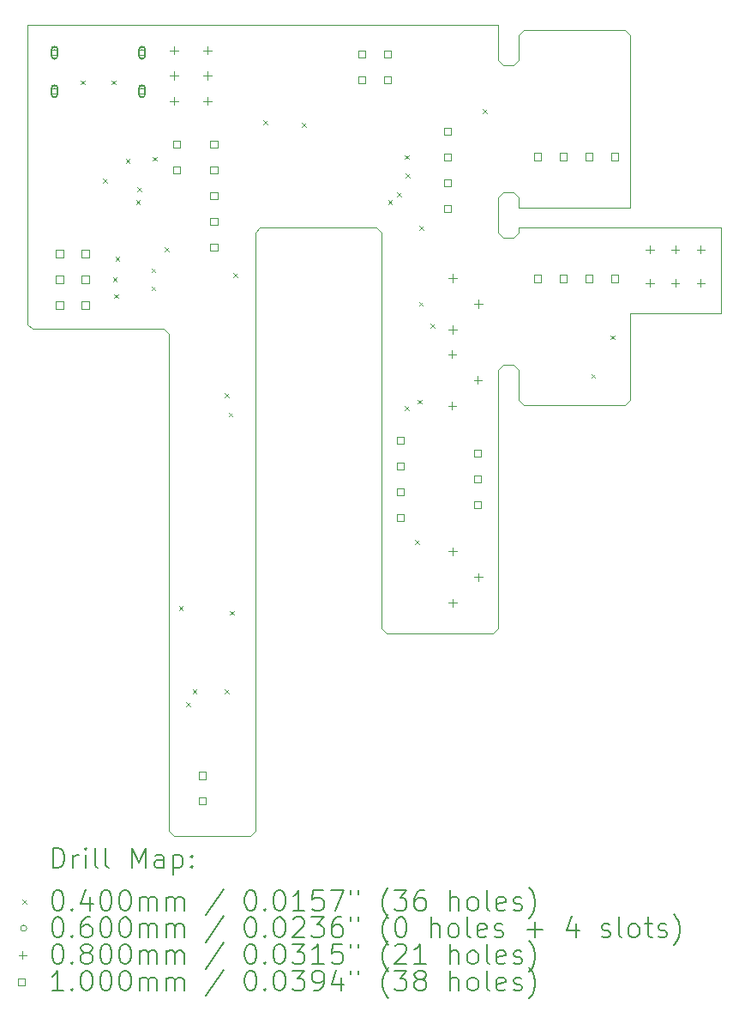
<source format=gbr>
%TF.GenerationSoftware,KiCad,Pcbnew,(6.0.10-0)*%
%TF.CreationDate,2024-01-09T11:38:46+09:00*%
%TF.ProjectId,AutoFeeder_Drum-type,4175746f-4665-4656-9465-725f4472756d,02*%
%TF.SameCoordinates,Original*%
%TF.FileFunction,Drillmap*%
%TF.FilePolarity,Positive*%
%FSLAX45Y45*%
G04 Gerber Fmt 4.5, Leading zero omitted, Abs format (unit mm)*
G04 Created by KiCad (PCBNEW (6.0.10-0)) date 2024-01-09 11:38:46*
%MOMM*%
%LPD*%
G01*
G04 APERTURE LIST*
%ADD10C,0.100000*%
%ADD11C,0.200000*%
%ADD12C,0.040000*%
%ADD13C,0.060000*%
%ADD14C,0.080000*%
G04 APERTURE END LIST*
D10*
X18350000Y-9350000D02*
X18300000Y-9400000D01*
X19550000Y-9750000D02*
X19600000Y-9700000D01*
X18550000Y-6050000D02*
X19550000Y-6050000D01*
X18500000Y-6100000D02*
X18550000Y-6050000D01*
X17150000Y-11950000D02*
X17200000Y-12000000D01*
X19550000Y-9750000D02*
X18550000Y-9750000D01*
X18450000Y-8100000D02*
X18500000Y-8050000D01*
X13650000Y-6000000D02*
X18300000Y-6000000D01*
X17150000Y-8050000D02*
X17150000Y-11950000D01*
X15900000Y-8050000D02*
X15900000Y-13950000D01*
X19600000Y-9700000D02*
X19600000Y-8843512D01*
X18450000Y-7650000D02*
X18500000Y-7700000D01*
X18350000Y-6400000D02*
X18300000Y-6350000D01*
X18350000Y-7650000D02*
X18450000Y-7650000D01*
X17100000Y-8000000D02*
X17150000Y-8050000D01*
X18450000Y-6400000D02*
X18500000Y-6350000D01*
X18500000Y-8000000D02*
X20500000Y-8000000D01*
X19600000Y-6100000D02*
X19600000Y-7800000D01*
X18350000Y-7650000D02*
X18300000Y-7700000D01*
X18500000Y-9400000D02*
X18500000Y-9700000D01*
X18350000Y-6400000D02*
X18450000Y-6400000D01*
X13700000Y-9000000D02*
X15000000Y-9000000D01*
X18300000Y-9400000D02*
X18300000Y-11950000D01*
X17100000Y-8000000D02*
X15950000Y-8000000D01*
X15050000Y-13950000D02*
X15100000Y-14000000D01*
X20500000Y-8843512D02*
X19600000Y-8843512D01*
X15850000Y-14000000D02*
X15900000Y-13950000D01*
X18350000Y-9350000D02*
X18450000Y-9350000D01*
X15100000Y-14000000D02*
X15850000Y-14000000D01*
X18500000Y-8050000D02*
X18500000Y-8000000D01*
X18500000Y-9700000D02*
X18550000Y-9750000D01*
X15000000Y-9000000D02*
X15050000Y-9050000D01*
X15050000Y-9050000D02*
X15050000Y-13950000D01*
X15950000Y-8000000D02*
X15900000Y-8050000D01*
X18350000Y-8100000D02*
X18300000Y-8050000D01*
X18300000Y-7700000D02*
X18300000Y-8050000D01*
X19600000Y-7800000D02*
X18500000Y-7800000D01*
X13650000Y-8950000D02*
X13700000Y-9000000D01*
X18450000Y-9350000D02*
X18500000Y-9400000D01*
X18350000Y-8100000D02*
X18450000Y-8100000D01*
X17200000Y-12000000D02*
X18250000Y-12000000D01*
X20500000Y-8000000D02*
X20500000Y-8843512D01*
X13650000Y-6000000D02*
X13650000Y-8950000D01*
X18500000Y-7700000D02*
X18500000Y-7800000D01*
X18300000Y-6000000D02*
X18300000Y-6350000D01*
X18250000Y-12000000D02*
X18300000Y-11950000D01*
X19550000Y-6050000D02*
X19600000Y-6100000D01*
X18500000Y-6100000D02*
X18500000Y-6350000D01*
D11*
D12*
X14178600Y-6545900D02*
X14218600Y-6585900D01*
X14218600Y-6545900D02*
X14178600Y-6585900D01*
X14397508Y-7512733D02*
X14437508Y-7552733D01*
X14437508Y-7512733D02*
X14397508Y-7552733D01*
X14483400Y-6545900D02*
X14523400Y-6585900D01*
X14523400Y-6545900D02*
X14483400Y-6585900D01*
X14496100Y-8489150D02*
X14536100Y-8529150D01*
X14536100Y-8489150D02*
X14496100Y-8529150D01*
X14508800Y-8654100D02*
X14548800Y-8694100D01*
X14548800Y-8654100D02*
X14508800Y-8694100D01*
X14521500Y-8285800D02*
X14561500Y-8325800D01*
X14561500Y-8285800D02*
X14521500Y-8325800D01*
X14623100Y-7320600D02*
X14663100Y-7360600D01*
X14663100Y-7320600D02*
X14623100Y-7360600D01*
X14724700Y-7727000D02*
X14764700Y-7767000D01*
X14764700Y-7727000D02*
X14724700Y-7767000D01*
X14737400Y-7600000D02*
X14777400Y-7640000D01*
X14777400Y-7600000D02*
X14737400Y-7640000D01*
X14877100Y-8400100D02*
X14917100Y-8440100D01*
X14917100Y-8400100D02*
X14877100Y-8440100D01*
X14877100Y-8577900D02*
X14917100Y-8617900D01*
X14917100Y-8577900D02*
X14877100Y-8617900D01*
X14890000Y-7300000D02*
X14930000Y-7340000D01*
X14930000Y-7300000D02*
X14890000Y-7340000D01*
X15010450Y-8190550D02*
X15050450Y-8230550D01*
X15050450Y-8190550D02*
X15010450Y-8230550D01*
X15147600Y-11730000D02*
X15187600Y-11770000D01*
X15187600Y-11730000D02*
X15147600Y-11770000D01*
X15220000Y-12680000D02*
X15260000Y-12720000D01*
X15260000Y-12680000D02*
X15220000Y-12720000D01*
X15283500Y-12553000D02*
X15323500Y-12593000D01*
X15323500Y-12553000D02*
X15283500Y-12593000D01*
X15601000Y-9632000D02*
X15641000Y-9672000D01*
X15641000Y-9632000D02*
X15601000Y-9672000D01*
X15601000Y-12553000D02*
X15641000Y-12593000D01*
X15641000Y-12553000D02*
X15601000Y-12593000D01*
X15639100Y-9822500D02*
X15679100Y-9862500D01*
X15679100Y-9822500D02*
X15639100Y-9862500D01*
X15651800Y-11778300D02*
X15691800Y-11818300D01*
X15691800Y-11778300D02*
X15651800Y-11818300D01*
X15684417Y-8445417D02*
X15724417Y-8485417D01*
X15724417Y-8445417D02*
X15684417Y-8485417D01*
X15982000Y-6939600D02*
X16022000Y-6979600D01*
X16022000Y-6939600D02*
X15982000Y-6979600D01*
X16363000Y-6965000D02*
X16403000Y-7005000D01*
X16403000Y-6965000D02*
X16363000Y-7005000D01*
X17213900Y-7727000D02*
X17253900Y-7767000D01*
X17253900Y-7727000D02*
X17213900Y-7767000D01*
X17304732Y-7652732D02*
X17344732Y-7692732D01*
X17344732Y-7652732D02*
X17304732Y-7692732D01*
X17379000Y-7282500D02*
X17419000Y-7322500D01*
X17419000Y-7282500D02*
X17379000Y-7322500D01*
X17379000Y-9759000D02*
X17419000Y-9799000D01*
X17419000Y-9759000D02*
X17379000Y-9799000D01*
X17389242Y-7462758D02*
X17429242Y-7502758D01*
X17429242Y-7462758D02*
X17389242Y-7502758D01*
X17480000Y-11080000D02*
X17520000Y-11120000D01*
X17520000Y-11080000D02*
X17480000Y-11120000D01*
X17506000Y-9695500D02*
X17546000Y-9735500D01*
X17546000Y-9695500D02*
X17506000Y-9735500D01*
X17519000Y-8730000D02*
X17559000Y-8770000D01*
X17559000Y-8730000D02*
X17519000Y-8770000D01*
X17522450Y-7981000D02*
X17562450Y-8021000D01*
X17562450Y-7981000D02*
X17522450Y-8021000D01*
X17633000Y-8946200D02*
X17673000Y-8986200D01*
X17673000Y-8946200D02*
X17633000Y-8986200D01*
X18148500Y-6830500D02*
X18188500Y-6870500D01*
X18188500Y-6830500D02*
X18148500Y-6870500D01*
X19220500Y-9441500D02*
X19260500Y-9481500D01*
X19260500Y-9441500D02*
X19220500Y-9481500D01*
X19411000Y-9060500D02*
X19451000Y-9100500D01*
X19451000Y-9060500D02*
X19411000Y-9100500D01*
D13*
X13949000Y-6273800D02*
G75*
G03*
X13949000Y-6273800I-30000J0D01*
G01*
D11*
X13889000Y-6243800D02*
X13889000Y-6303800D01*
X13949000Y-6243800D02*
X13949000Y-6303800D01*
X13889000Y-6303800D02*
G75*
G03*
X13949000Y-6303800I30000J0D01*
G01*
X13949000Y-6243800D02*
G75*
G03*
X13889000Y-6243800I-30000J0D01*
G01*
D13*
X13949000Y-6653800D02*
G75*
G03*
X13949000Y-6653800I-30000J0D01*
G01*
D11*
X13889000Y-6623800D02*
X13889000Y-6683800D01*
X13949000Y-6623800D02*
X13949000Y-6683800D01*
X13889000Y-6683800D02*
G75*
G03*
X13949000Y-6683800I30000J0D01*
G01*
X13949000Y-6623800D02*
G75*
G03*
X13889000Y-6623800I-30000J0D01*
G01*
D13*
X14813000Y-6273800D02*
G75*
G03*
X14813000Y-6273800I-30000J0D01*
G01*
D11*
X14753000Y-6243800D02*
X14753000Y-6303800D01*
X14813000Y-6243800D02*
X14813000Y-6303800D01*
X14753000Y-6303800D02*
G75*
G03*
X14813000Y-6303800I30000J0D01*
G01*
X14813000Y-6243800D02*
G75*
G03*
X14753000Y-6243800I-30000J0D01*
G01*
D13*
X14813000Y-6653800D02*
G75*
G03*
X14813000Y-6653800I-30000J0D01*
G01*
D11*
X14753000Y-6623800D02*
X14753000Y-6683800D01*
X14813000Y-6623800D02*
X14813000Y-6683800D01*
X14753000Y-6683800D02*
G75*
G03*
X14813000Y-6683800I30000J0D01*
G01*
X14813000Y-6623800D02*
G75*
G03*
X14753000Y-6623800I-30000J0D01*
G01*
D14*
X15100000Y-6210000D02*
X15100000Y-6290000D01*
X15060000Y-6250000D02*
X15140000Y-6250000D01*
X15100000Y-6460000D02*
X15100000Y-6540000D01*
X15060000Y-6500000D02*
X15140000Y-6500000D01*
X15100000Y-6710000D02*
X15100000Y-6790000D01*
X15060000Y-6750000D02*
X15140000Y-6750000D01*
X15430000Y-6210000D02*
X15430000Y-6290000D01*
X15390000Y-6250000D02*
X15470000Y-6250000D01*
X15430000Y-6460000D02*
X15430000Y-6540000D01*
X15390000Y-6500000D02*
X15470000Y-6500000D01*
X15430000Y-6710000D02*
X15430000Y-6790000D01*
X15390000Y-6750000D02*
X15470000Y-6750000D01*
X17846000Y-9206000D02*
X17846000Y-9286000D01*
X17806000Y-9246000D02*
X17886000Y-9246000D01*
X17846000Y-9714000D02*
X17846000Y-9794000D01*
X17806000Y-9754000D02*
X17886000Y-9754000D01*
X17850000Y-8456000D02*
X17850000Y-8536000D01*
X17810000Y-8496000D02*
X17890000Y-8496000D01*
X17850000Y-8964000D02*
X17850000Y-9044000D01*
X17810000Y-9004000D02*
X17890000Y-9004000D01*
X17850000Y-11152000D02*
X17850000Y-11232000D01*
X17810000Y-11192000D02*
X17890000Y-11192000D01*
X17850000Y-11660000D02*
X17850000Y-11740000D01*
X17810000Y-11700000D02*
X17890000Y-11700000D01*
X18100000Y-9460000D02*
X18100000Y-9540000D01*
X18060000Y-9500000D02*
X18140000Y-9500000D01*
X18104000Y-8710000D02*
X18104000Y-8790000D01*
X18064000Y-8750000D02*
X18144000Y-8750000D01*
X18104000Y-11406000D02*
X18104000Y-11486000D01*
X18064000Y-11446000D02*
X18144000Y-11446000D01*
X19800000Y-8173512D02*
X19800000Y-8253512D01*
X19760000Y-8213512D02*
X19840000Y-8213512D01*
X19800000Y-8503512D02*
X19800000Y-8583512D01*
X19760000Y-8543512D02*
X19840000Y-8543512D01*
X20050000Y-8173512D02*
X20050000Y-8253512D01*
X20010000Y-8213512D02*
X20090000Y-8213512D01*
X20050000Y-8503512D02*
X20050000Y-8583512D01*
X20010000Y-8543512D02*
X20090000Y-8543512D01*
X20300000Y-8173512D02*
X20300000Y-8253512D01*
X20260000Y-8213512D02*
X20340000Y-8213512D01*
X20300000Y-8503512D02*
X20300000Y-8583512D01*
X20260000Y-8543512D02*
X20340000Y-8543512D01*
D10*
X14005356Y-8290356D02*
X14005356Y-8219644D01*
X13934644Y-8219644D01*
X13934644Y-8290356D01*
X14005356Y-8290356D01*
X14005356Y-8544356D02*
X14005356Y-8473644D01*
X13934644Y-8473644D01*
X13934644Y-8544356D01*
X14005356Y-8544356D01*
X14005356Y-8798356D02*
X14005356Y-8727644D01*
X13934644Y-8727644D01*
X13934644Y-8798356D01*
X14005356Y-8798356D01*
X14259356Y-8290356D02*
X14259356Y-8219644D01*
X14188644Y-8219644D01*
X14188644Y-8290356D01*
X14259356Y-8290356D01*
X14259356Y-8544356D02*
X14259356Y-8473644D01*
X14188644Y-8473644D01*
X14188644Y-8544356D01*
X14259356Y-8544356D01*
X14259356Y-8798356D02*
X14259356Y-8727644D01*
X14188644Y-8727644D01*
X14188644Y-8798356D01*
X14259356Y-8798356D01*
X15161056Y-7210856D02*
X15161056Y-7140144D01*
X15090344Y-7140144D01*
X15090344Y-7210856D01*
X15161056Y-7210856D01*
X15161056Y-7464856D02*
X15161056Y-7394144D01*
X15090344Y-7394144D01*
X15090344Y-7464856D01*
X15161056Y-7464856D01*
X15413356Y-13437856D02*
X15413356Y-13367144D01*
X15342644Y-13367144D01*
X15342644Y-13437856D01*
X15413356Y-13437856D01*
X15413356Y-13687856D02*
X15413356Y-13617144D01*
X15342644Y-13617144D01*
X15342644Y-13687856D01*
X15413356Y-13687856D01*
X15529356Y-7210856D02*
X15529356Y-7140144D01*
X15458644Y-7140144D01*
X15458644Y-7210856D01*
X15529356Y-7210856D01*
X15529356Y-7464856D02*
X15529356Y-7394144D01*
X15458644Y-7394144D01*
X15458644Y-7464856D01*
X15529356Y-7464856D01*
X15529356Y-7718856D02*
X15529356Y-7648144D01*
X15458644Y-7648144D01*
X15458644Y-7718856D01*
X15529356Y-7718856D01*
X15529356Y-7972856D02*
X15529356Y-7902144D01*
X15458644Y-7902144D01*
X15458644Y-7972856D01*
X15529356Y-7972856D01*
X15529356Y-8226856D02*
X15529356Y-8156144D01*
X15458644Y-8156144D01*
X15458644Y-8226856D01*
X15529356Y-8226856D01*
X16989856Y-6321856D02*
X16989856Y-6251144D01*
X16919144Y-6251144D01*
X16919144Y-6321856D01*
X16989856Y-6321856D01*
X16989856Y-6575856D02*
X16989856Y-6505144D01*
X16919144Y-6505144D01*
X16919144Y-6575856D01*
X16989856Y-6575856D01*
X17243856Y-6321856D02*
X17243856Y-6251144D01*
X17173144Y-6251144D01*
X17173144Y-6321856D01*
X17243856Y-6321856D01*
X17243856Y-6575856D02*
X17243856Y-6505144D01*
X17173144Y-6505144D01*
X17173144Y-6575856D01*
X17243856Y-6575856D01*
X17370856Y-10130856D02*
X17370856Y-10060144D01*
X17300144Y-10060144D01*
X17300144Y-10130856D01*
X17370856Y-10130856D01*
X17370856Y-10384856D02*
X17370856Y-10314144D01*
X17300144Y-10314144D01*
X17300144Y-10384856D01*
X17370856Y-10384856D01*
X17370856Y-10638856D02*
X17370856Y-10568144D01*
X17300144Y-10568144D01*
X17300144Y-10638856D01*
X17370856Y-10638856D01*
X17370856Y-10892856D02*
X17370856Y-10822144D01*
X17300144Y-10822144D01*
X17300144Y-10892856D01*
X17370856Y-10892856D01*
X17835356Y-7085356D02*
X17835356Y-7014644D01*
X17764644Y-7014644D01*
X17764644Y-7085356D01*
X17835356Y-7085356D01*
X17835356Y-7339356D02*
X17835356Y-7268644D01*
X17764644Y-7268644D01*
X17764644Y-7339356D01*
X17835356Y-7339356D01*
X17835356Y-7593356D02*
X17835356Y-7522644D01*
X17764644Y-7522644D01*
X17764644Y-7593356D01*
X17835356Y-7593356D01*
X17835356Y-7847356D02*
X17835356Y-7776644D01*
X17764644Y-7776644D01*
X17764644Y-7847356D01*
X17835356Y-7847356D01*
X18132856Y-10258856D02*
X18132856Y-10188144D01*
X18062144Y-10188144D01*
X18062144Y-10258856D01*
X18132856Y-10258856D01*
X18132856Y-10512856D02*
X18132856Y-10442144D01*
X18062144Y-10442144D01*
X18062144Y-10512856D01*
X18132856Y-10512856D01*
X18132856Y-10766856D02*
X18132856Y-10696144D01*
X18062144Y-10696144D01*
X18062144Y-10766856D01*
X18132856Y-10766856D01*
X18723356Y-7335356D02*
X18723356Y-7264644D01*
X18652644Y-7264644D01*
X18652644Y-7335356D01*
X18723356Y-7335356D01*
X18725356Y-8535356D02*
X18725356Y-8464644D01*
X18654644Y-8464644D01*
X18654644Y-8535356D01*
X18725356Y-8535356D01*
X18977356Y-7335356D02*
X18977356Y-7264644D01*
X18906644Y-7264644D01*
X18906644Y-7335356D01*
X18977356Y-7335356D01*
X18979356Y-8535356D02*
X18979356Y-8464644D01*
X18908644Y-8464644D01*
X18908644Y-8535356D01*
X18979356Y-8535356D01*
X19231356Y-7335356D02*
X19231356Y-7264644D01*
X19160644Y-7264644D01*
X19160644Y-7335356D01*
X19231356Y-7335356D01*
X19233356Y-8535356D02*
X19233356Y-8464644D01*
X19162644Y-8464644D01*
X19162644Y-8535356D01*
X19233356Y-8535356D01*
X19485356Y-7335356D02*
X19485356Y-7264644D01*
X19414644Y-7264644D01*
X19414644Y-7335356D01*
X19485356Y-7335356D01*
X19487356Y-8535356D02*
X19487356Y-8464644D01*
X19416644Y-8464644D01*
X19416644Y-8535356D01*
X19487356Y-8535356D01*
D11*
X13902619Y-14315476D02*
X13902619Y-14115476D01*
X13950238Y-14115476D01*
X13978809Y-14125000D01*
X13997857Y-14144048D01*
X14007381Y-14163095D01*
X14016905Y-14201190D01*
X14016905Y-14229762D01*
X14007381Y-14267857D01*
X13997857Y-14286905D01*
X13978809Y-14305952D01*
X13950238Y-14315476D01*
X13902619Y-14315476D01*
X14102619Y-14315476D02*
X14102619Y-14182143D01*
X14102619Y-14220238D02*
X14112143Y-14201190D01*
X14121667Y-14191667D01*
X14140714Y-14182143D01*
X14159762Y-14182143D01*
X14226428Y-14315476D02*
X14226428Y-14182143D01*
X14226428Y-14115476D02*
X14216905Y-14125000D01*
X14226428Y-14134524D01*
X14235952Y-14125000D01*
X14226428Y-14115476D01*
X14226428Y-14134524D01*
X14350238Y-14315476D02*
X14331190Y-14305952D01*
X14321667Y-14286905D01*
X14321667Y-14115476D01*
X14455000Y-14315476D02*
X14435952Y-14305952D01*
X14426428Y-14286905D01*
X14426428Y-14115476D01*
X14683571Y-14315476D02*
X14683571Y-14115476D01*
X14750238Y-14258333D01*
X14816905Y-14115476D01*
X14816905Y-14315476D01*
X14997857Y-14315476D02*
X14997857Y-14210714D01*
X14988333Y-14191667D01*
X14969286Y-14182143D01*
X14931190Y-14182143D01*
X14912143Y-14191667D01*
X14997857Y-14305952D02*
X14978809Y-14315476D01*
X14931190Y-14315476D01*
X14912143Y-14305952D01*
X14902619Y-14286905D01*
X14902619Y-14267857D01*
X14912143Y-14248809D01*
X14931190Y-14239286D01*
X14978809Y-14239286D01*
X14997857Y-14229762D01*
X15093095Y-14182143D02*
X15093095Y-14382143D01*
X15093095Y-14191667D02*
X15112143Y-14182143D01*
X15150238Y-14182143D01*
X15169286Y-14191667D01*
X15178809Y-14201190D01*
X15188333Y-14220238D01*
X15188333Y-14277381D01*
X15178809Y-14296428D01*
X15169286Y-14305952D01*
X15150238Y-14315476D01*
X15112143Y-14315476D01*
X15093095Y-14305952D01*
X15274048Y-14296428D02*
X15283571Y-14305952D01*
X15274048Y-14315476D01*
X15264524Y-14305952D01*
X15274048Y-14296428D01*
X15274048Y-14315476D01*
X15274048Y-14191667D02*
X15283571Y-14201190D01*
X15274048Y-14210714D01*
X15264524Y-14201190D01*
X15274048Y-14191667D01*
X15274048Y-14210714D01*
D12*
X13605000Y-14625000D02*
X13645000Y-14665000D01*
X13645000Y-14625000D02*
X13605000Y-14665000D01*
D11*
X13940714Y-14535476D02*
X13959762Y-14535476D01*
X13978809Y-14545000D01*
X13988333Y-14554524D01*
X13997857Y-14573571D01*
X14007381Y-14611667D01*
X14007381Y-14659286D01*
X13997857Y-14697381D01*
X13988333Y-14716428D01*
X13978809Y-14725952D01*
X13959762Y-14735476D01*
X13940714Y-14735476D01*
X13921667Y-14725952D01*
X13912143Y-14716428D01*
X13902619Y-14697381D01*
X13893095Y-14659286D01*
X13893095Y-14611667D01*
X13902619Y-14573571D01*
X13912143Y-14554524D01*
X13921667Y-14545000D01*
X13940714Y-14535476D01*
X14093095Y-14716428D02*
X14102619Y-14725952D01*
X14093095Y-14735476D01*
X14083571Y-14725952D01*
X14093095Y-14716428D01*
X14093095Y-14735476D01*
X14274048Y-14602143D02*
X14274048Y-14735476D01*
X14226428Y-14525952D02*
X14178809Y-14668809D01*
X14302619Y-14668809D01*
X14416905Y-14535476D02*
X14435952Y-14535476D01*
X14455000Y-14545000D01*
X14464524Y-14554524D01*
X14474048Y-14573571D01*
X14483571Y-14611667D01*
X14483571Y-14659286D01*
X14474048Y-14697381D01*
X14464524Y-14716428D01*
X14455000Y-14725952D01*
X14435952Y-14735476D01*
X14416905Y-14735476D01*
X14397857Y-14725952D01*
X14388333Y-14716428D01*
X14378809Y-14697381D01*
X14369286Y-14659286D01*
X14369286Y-14611667D01*
X14378809Y-14573571D01*
X14388333Y-14554524D01*
X14397857Y-14545000D01*
X14416905Y-14535476D01*
X14607381Y-14535476D02*
X14626428Y-14535476D01*
X14645476Y-14545000D01*
X14655000Y-14554524D01*
X14664524Y-14573571D01*
X14674048Y-14611667D01*
X14674048Y-14659286D01*
X14664524Y-14697381D01*
X14655000Y-14716428D01*
X14645476Y-14725952D01*
X14626428Y-14735476D01*
X14607381Y-14735476D01*
X14588333Y-14725952D01*
X14578809Y-14716428D01*
X14569286Y-14697381D01*
X14559762Y-14659286D01*
X14559762Y-14611667D01*
X14569286Y-14573571D01*
X14578809Y-14554524D01*
X14588333Y-14545000D01*
X14607381Y-14535476D01*
X14759762Y-14735476D02*
X14759762Y-14602143D01*
X14759762Y-14621190D02*
X14769286Y-14611667D01*
X14788333Y-14602143D01*
X14816905Y-14602143D01*
X14835952Y-14611667D01*
X14845476Y-14630714D01*
X14845476Y-14735476D01*
X14845476Y-14630714D02*
X14855000Y-14611667D01*
X14874048Y-14602143D01*
X14902619Y-14602143D01*
X14921667Y-14611667D01*
X14931190Y-14630714D01*
X14931190Y-14735476D01*
X15026428Y-14735476D02*
X15026428Y-14602143D01*
X15026428Y-14621190D02*
X15035952Y-14611667D01*
X15055000Y-14602143D01*
X15083571Y-14602143D01*
X15102619Y-14611667D01*
X15112143Y-14630714D01*
X15112143Y-14735476D01*
X15112143Y-14630714D02*
X15121667Y-14611667D01*
X15140714Y-14602143D01*
X15169286Y-14602143D01*
X15188333Y-14611667D01*
X15197857Y-14630714D01*
X15197857Y-14735476D01*
X15588333Y-14525952D02*
X15416905Y-14783095D01*
X15845476Y-14535476D02*
X15864524Y-14535476D01*
X15883571Y-14545000D01*
X15893095Y-14554524D01*
X15902619Y-14573571D01*
X15912143Y-14611667D01*
X15912143Y-14659286D01*
X15902619Y-14697381D01*
X15893095Y-14716428D01*
X15883571Y-14725952D01*
X15864524Y-14735476D01*
X15845476Y-14735476D01*
X15826428Y-14725952D01*
X15816905Y-14716428D01*
X15807381Y-14697381D01*
X15797857Y-14659286D01*
X15797857Y-14611667D01*
X15807381Y-14573571D01*
X15816905Y-14554524D01*
X15826428Y-14545000D01*
X15845476Y-14535476D01*
X15997857Y-14716428D02*
X16007381Y-14725952D01*
X15997857Y-14735476D01*
X15988333Y-14725952D01*
X15997857Y-14716428D01*
X15997857Y-14735476D01*
X16131190Y-14535476D02*
X16150238Y-14535476D01*
X16169286Y-14545000D01*
X16178809Y-14554524D01*
X16188333Y-14573571D01*
X16197857Y-14611667D01*
X16197857Y-14659286D01*
X16188333Y-14697381D01*
X16178809Y-14716428D01*
X16169286Y-14725952D01*
X16150238Y-14735476D01*
X16131190Y-14735476D01*
X16112143Y-14725952D01*
X16102619Y-14716428D01*
X16093095Y-14697381D01*
X16083571Y-14659286D01*
X16083571Y-14611667D01*
X16093095Y-14573571D01*
X16102619Y-14554524D01*
X16112143Y-14545000D01*
X16131190Y-14535476D01*
X16388333Y-14735476D02*
X16274048Y-14735476D01*
X16331190Y-14735476D02*
X16331190Y-14535476D01*
X16312143Y-14564048D01*
X16293095Y-14583095D01*
X16274048Y-14592619D01*
X16569286Y-14535476D02*
X16474048Y-14535476D01*
X16464524Y-14630714D01*
X16474048Y-14621190D01*
X16493095Y-14611667D01*
X16540714Y-14611667D01*
X16559762Y-14621190D01*
X16569286Y-14630714D01*
X16578809Y-14649762D01*
X16578809Y-14697381D01*
X16569286Y-14716428D01*
X16559762Y-14725952D01*
X16540714Y-14735476D01*
X16493095Y-14735476D01*
X16474048Y-14725952D01*
X16464524Y-14716428D01*
X16645476Y-14535476D02*
X16778810Y-14535476D01*
X16693095Y-14735476D01*
X16845476Y-14535476D02*
X16845476Y-14573571D01*
X16921667Y-14535476D02*
X16921667Y-14573571D01*
X17216905Y-14811667D02*
X17207381Y-14802143D01*
X17188333Y-14773571D01*
X17178810Y-14754524D01*
X17169286Y-14725952D01*
X17159762Y-14678333D01*
X17159762Y-14640238D01*
X17169286Y-14592619D01*
X17178810Y-14564048D01*
X17188333Y-14545000D01*
X17207381Y-14516428D01*
X17216905Y-14506905D01*
X17274048Y-14535476D02*
X17397857Y-14535476D01*
X17331190Y-14611667D01*
X17359762Y-14611667D01*
X17378810Y-14621190D01*
X17388333Y-14630714D01*
X17397857Y-14649762D01*
X17397857Y-14697381D01*
X17388333Y-14716428D01*
X17378810Y-14725952D01*
X17359762Y-14735476D01*
X17302619Y-14735476D01*
X17283571Y-14725952D01*
X17274048Y-14716428D01*
X17569286Y-14535476D02*
X17531190Y-14535476D01*
X17512143Y-14545000D01*
X17502619Y-14554524D01*
X17483571Y-14583095D01*
X17474048Y-14621190D01*
X17474048Y-14697381D01*
X17483571Y-14716428D01*
X17493095Y-14725952D01*
X17512143Y-14735476D01*
X17550238Y-14735476D01*
X17569286Y-14725952D01*
X17578810Y-14716428D01*
X17588333Y-14697381D01*
X17588333Y-14649762D01*
X17578810Y-14630714D01*
X17569286Y-14621190D01*
X17550238Y-14611667D01*
X17512143Y-14611667D01*
X17493095Y-14621190D01*
X17483571Y-14630714D01*
X17474048Y-14649762D01*
X17826429Y-14735476D02*
X17826429Y-14535476D01*
X17912143Y-14735476D02*
X17912143Y-14630714D01*
X17902619Y-14611667D01*
X17883571Y-14602143D01*
X17855000Y-14602143D01*
X17835952Y-14611667D01*
X17826429Y-14621190D01*
X18035952Y-14735476D02*
X18016905Y-14725952D01*
X18007381Y-14716428D01*
X17997857Y-14697381D01*
X17997857Y-14640238D01*
X18007381Y-14621190D01*
X18016905Y-14611667D01*
X18035952Y-14602143D01*
X18064524Y-14602143D01*
X18083571Y-14611667D01*
X18093095Y-14621190D01*
X18102619Y-14640238D01*
X18102619Y-14697381D01*
X18093095Y-14716428D01*
X18083571Y-14725952D01*
X18064524Y-14735476D01*
X18035952Y-14735476D01*
X18216905Y-14735476D02*
X18197857Y-14725952D01*
X18188333Y-14706905D01*
X18188333Y-14535476D01*
X18369286Y-14725952D02*
X18350238Y-14735476D01*
X18312143Y-14735476D01*
X18293095Y-14725952D01*
X18283571Y-14706905D01*
X18283571Y-14630714D01*
X18293095Y-14611667D01*
X18312143Y-14602143D01*
X18350238Y-14602143D01*
X18369286Y-14611667D01*
X18378810Y-14630714D01*
X18378810Y-14649762D01*
X18283571Y-14668809D01*
X18455000Y-14725952D02*
X18474048Y-14735476D01*
X18512143Y-14735476D01*
X18531190Y-14725952D01*
X18540714Y-14706905D01*
X18540714Y-14697381D01*
X18531190Y-14678333D01*
X18512143Y-14668809D01*
X18483571Y-14668809D01*
X18464524Y-14659286D01*
X18455000Y-14640238D01*
X18455000Y-14630714D01*
X18464524Y-14611667D01*
X18483571Y-14602143D01*
X18512143Y-14602143D01*
X18531190Y-14611667D01*
X18607381Y-14811667D02*
X18616905Y-14802143D01*
X18635952Y-14773571D01*
X18645476Y-14754524D01*
X18655000Y-14725952D01*
X18664524Y-14678333D01*
X18664524Y-14640238D01*
X18655000Y-14592619D01*
X18645476Y-14564048D01*
X18635952Y-14545000D01*
X18616905Y-14516428D01*
X18607381Y-14506905D01*
D13*
X13645000Y-14909000D02*
G75*
G03*
X13645000Y-14909000I-30000J0D01*
G01*
D11*
X13940714Y-14799476D02*
X13959762Y-14799476D01*
X13978809Y-14809000D01*
X13988333Y-14818524D01*
X13997857Y-14837571D01*
X14007381Y-14875667D01*
X14007381Y-14923286D01*
X13997857Y-14961381D01*
X13988333Y-14980428D01*
X13978809Y-14989952D01*
X13959762Y-14999476D01*
X13940714Y-14999476D01*
X13921667Y-14989952D01*
X13912143Y-14980428D01*
X13902619Y-14961381D01*
X13893095Y-14923286D01*
X13893095Y-14875667D01*
X13902619Y-14837571D01*
X13912143Y-14818524D01*
X13921667Y-14809000D01*
X13940714Y-14799476D01*
X14093095Y-14980428D02*
X14102619Y-14989952D01*
X14093095Y-14999476D01*
X14083571Y-14989952D01*
X14093095Y-14980428D01*
X14093095Y-14999476D01*
X14274048Y-14799476D02*
X14235952Y-14799476D01*
X14216905Y-14809000D01*
X14207381Y-14818524D01*
X14188333Y-14847095D01*
X14178809Y-14885190D01*
X14178809Y-14961381D01*
X14188333Y-14980428D01*
X14197857Y-14989952D01*
X14216905Y-14999476D01*
X14255000Y-14999476D01*
X14274048Y-14989952D01*
X14283571Y-14980428D01*
X14293095Y-14961381D01*
X14293095Y-14913762D01*
X14283571Y-14894714D01*
X14274048Y-14885190D01*
X14255000Y-14875667D01*
X14216905Y-14875667D01*
X14197857Y-14885190D01*
X14188333Y-14894714D01*
X14178809Y-14913762D01*
X14416905Y-14799476D02*
X14435952Y-14799476D01*
X14455000Y-14809000D01*
X14464524Y-14818524D01*
X14474048Y-14837571D01*
X14483571Y-14875667D01*
X14483571Y-14923286D01*
X14474048Y-14961381D01*
X14464524Y-14980428D01*
X14455000Y-14989952D01*
X14435952Y-14999476D01*
X14416905Y-14999476D01*
X14397857Y-14989952D01*
X14388333Y-14980428D01*
X14378809Y-14961381D01*
X14369286Y-14923286D01*
X14369286Y-14875667D01*
X14378809Y-14837571D01*
X14388333Y-14818524D01*
X14397857Y-14809000D01*
X14416905Y-14799476D01*
X14607381Y-14799476D02*
X14626428Y-14799476D01*
X14645476Y-14809000D01*
X14655000Y-14818524D01*
X14664524Y-14837571D01*
X14674048Y-14875667D01*
X14674048Y-14923286D01*
X14664524Y-14961381D01*
X14655000Y-14980428D01*
X14645476Y-14989952D01*
X14626428Y-14999476D01*
X14607381Y-14999476D01*
X14588333Y-14989952D01*
X14578809Y-14980428D01*
X14569286Y-14961381D01*
X14559762Y-14923286D01*
X14559762Y-14875667D01*
X14569286Y-14837571D01*
X14578809Y-14818524D01*
X14588333Y-14809000D01*
X14607381Y-14799476D01*
X14759762Y-14999476D02*
X14759762Y-14866143D01*
X14759762Y-14885190D02*
X14769286Y-14875667D01*
X14788333Y-14866143D01*
X14816905Y-14866143D01*
X14835952Y-14875667D01*
X14845476Y-14894714D01*
X14845476Y-14999476D01*
X14845476Y-14894714D02*
X14855000Y-14875667D01*
X14874048Y-14866143D01*
X14902619Y-14866143D01*
X14921667Y-14875667D01*
X14931190Y-14894714D01*
X14931190Y-14999476D01*
X15026428Y-14999476D02*
X15026428Y-14866143D01*
X15026428Y-14885190D02*
X15035952Y-14875667D01*
X15055000Y-14866143D01*
X15083571Y-14866143D01*
X15102619Y-14875667D01*
X15112143Y-14894714D01*
X15112143Y-14999476D01*
X15112143Y-14894714D02*
X15121667Y-14875667D01*
X15140714Y-14866143D01*
X15169286Y-14866143D01*
X15188333Y-14875667D01*
X15197857Y-14894714D01*
X15197857Y-14999476D01*
X15588333Y-14789952D02*
X15416905Y-15047095D01*
X15845476Y-14799476D02*
X15864524Y-14799476D01*
X15883571Y-14809000D01*
X15893095Y-14818524D01*
X15902619Y-14837571D01*
X15912143Y-14875667D01*
X15912143Y-14923286D01*
X15902619Y-14961381D01*
X15893095Y-14980428D01*
X15883571Y-14989952D01*
X15864524Y-14999476D01*
X15845476Y-14999476D01*
X15826428Y-14989952D01*
X15816905Y-14980428D01*
X15807381Y-14961381D01*
X15797857Y-14923286D01*
X15797857Y-14875667D01*
X15807381Y-14837571D01*
X15816905Y-14818524D01*
X15826428Y-14809000D01*
X15845476Y-14799476D01*
X15997857Y-14980428D02*
X16007381Y-14989952D01*
X15997857Y-14999476D01*
X15988333Y-14989952D01*
X15997857Y-14980428D01*
X15997857Y-14999476D01*
X16131190Y-14799476D02*
X16150238Y-14799476D01*
X16169286Y-14809000D01*
X16178809Y-14818524D01*
X16188333Y-14837571D01*
X16197857Y-14875667D01*
X16197857Y-14923286D01*
X16188333Y-14961381D01*
X16178809Y-14980428D01*
X16169286Y-14989952D01*
X16150238Y-14999476D01*
X16131190Y-14999476D01*
X16112143Y-14989952D01*
X16102619Y-14980428D01*
X16093095Y-14961381D01*
X16083571Y-14923286D01*
X16083571Y-14875667D01*
X16093095Y-14837571D01*
X16102619Y-14818524D01*
X16112143Y-14809000D01*
X16131190Y-14799476D01*
X16274048Y-14818524D02*
X16283571Y-14809000D01*
X16302619Y-14799476D01*
X16350238Y-14799476D01*
X16369286Y-14809000D01*
X16378809Y-14818524D01*
X16388333Y-14837571D01*
X16388333Y-14856619D01*
X16378809Y-14885190D01*
X16264524Y-14999476D01*
X16388333Y-14999476D01*
X16455000Y-14799476D02*
X16578809Y-14799476D01*
X16512143Y-14875667D01*
X16540714Y-14875667D01*
X16559762Y-14885190D01*
X16569286Y-14894714D01*
X16578809Y-14913762D01*
X16578809Y-14961381D01*
X16569286Y-14980428D01*
X16559762Y-14989952D01*
X16540714Y-14999476D01*
X16483571Y-14999476D01*
X16464524Y-14989952D01*
X16455000Y-14980428D01*
X16750238Y-14799476D02*
X16712143Y-14799476D01*
X16693095Y-14809000D01*
X16683571Y-14818524D01*
X16664524Y-14847095D01*
X16655000Y-14885190D01*
X16655000Y-14961381D01*
X16664524Y-14980428D01*
X16674048Y-14989952D01*
X16693095Y-14999476D01*
X16731190Y-14999476D01*
X16750238Y-14989952D01*
X16759762Y-14980428D01*
X16769286Y-14961381D01*
X16769286Y-14913762D01*
X16759762Y-14894714D01*
X16750238Y-14885190D01*
X16731190Y-14875667D01*
X16693095Y-14875667D01*
X16674048Y-14885190D01*
X16664524Y-14894714D01*
X16655000Y-14913762D01*
X16845476Y-14799476D02*
X16845476Y-14837571D01*
X16921667Y-14799476D02*
X16921667Y-14837571D01*
X17216905Y-15075667D02*
X17207381Y-15066143D01*
X17188333Y-15037571D01*
X17178810Y-15018524D01*
X17169286Y-14989952D01*
X17159762Y-14942333D01*
X17159762Y-14904238D01*
X17169286Y-14856619D01*
X17178810Y-14828048D01*
X17188333Y-14809000D01*
X17207381Y-14780428D01*
X17216905Y-14770905D01*
X17331190Y-14799476D02*
X17350238Y-14799476D01*
X17369286Y-14809000D01*
X17378810Y-14818524D01*
X17388333Y-14837571D01*
X17397857Y-14875667D01*
X17397857Y-14923286D01*
X17388333Y-14961381D01*
X17378810Y-14980428D01*
X17369286Y-14989952D01*
X17350238Y-14999476D01*
X17331190Y-14999476D01*
X17312143Y-14989952D01*
X17302619Y-14980428D01*
X17293095Y-14961381D01*
X17283571Y-14923286D01*
X17283571Y-14875667D01*
X17293095Y-14837571D01*
X17302619Y-14818524D01*
X17312143Y-14809000D01*
X17331190Y-14799476D01*
X17635952Y-14999476D02*
X17635952Y-14799476D01*
X17721667Y-14999476D02*
X17721667Y-14894714D01*
X17712143Y-14875667D01*
X17693095Y-14866143D01*
X17664524Y-14866143D01*
X17645476Y-14875667D01*
X17635952Y-14885190D01*
X17845476Y-14999476D02*
X17826429Y-14989952D01*
X17816905Y-14980428D01*
X17807381Y-14961381D01*
X17807381Y-14904238D01*
X17816905Y-14885190D01*
X17826429Y-14875667D01*
X17845476Y-14866143D01*
X17874048Y-14866143D01*
X17893095Y-14875667D01*
X17902619Y-14885190D01*
X17912143Y-14904238D01*
X17912143Y-14961381D01*
X17902619Y-14980428D01*
X17893095Y-14989952D01*
X17874048Y-14999476D01*
X17845476Y-14999476D01*
X18026429Y-14999476D02*
X18007381Y-14989952D01*
X17997857Y-14970905D01*
X17997857Y-14799476D01*
X18178810Y-14989952D02*
X18159762Y-14999476D01*
X18121667Y-14999476D01*
X18102619Y-14989952D01*
X18093095Y-14970905D01*
X18093095Y-14894714D01*
X18102619Y-14875667D01*
X18121667Y-14866143D01*
X18159762Y-14866143D01*
X18178810Y-14875667D01*
X18188333Y-14894714D01*
X18188333Y-14913762D01*
X18093095Y-14932809D01*
X18264524Y-14989952D02*
X18283571Y-14999476D01*
X18321667Y-14999476D01*
X18340714Y-14989952D01*
X18350238Y-14970905D01*
X18350238Y-14961381D01*
X18340714Y-14942333D01*
X18321667Y-14932809D01*
X18293095Y-14932809D01*
X18274048Y-14923286D01*
X18264524Y-14904238D01*
X18264524Y-14894714D01*
X18274048Y-14875667D01*
X18293095Y-14866143D01*
X18321667Y-14866143D01*
X18340714Y-14875667D01*
X18588333Y-14923286D02*
X18740714Y-14923286D01*
X18664524Y-14999476D02*
X18664524Y-14847095D01*
X19074048Y-14866143D02*
X19074048Y-14999476D01*
X19026429Y-14789952D02*
X18978810Y-14932809D01*
X19102619Y-14932809D01*
X19321667Y-14989952D02*
X19340714Y-14999476D01*
X19378810Y-14999476D01*
X19397857Y-14989952D01*
X19407381Y-14970905D01*
X19407381Y-14961381D01*
X19397857Y-14942333D01*
X19378810Y-14932809D01*
X19350238Y-14932809D01*
X19331190Y-14923286D01*
X19321667Y-14904238D01*
X19321667Y-14894714D01*
X19331190Y-14875667D01*
X19350238Y-14866143D01*
X19378810Y-14866143D01*
X19397857Y-14875667D01*
X19521667Y-14999476D02*
X19502619Y-14989952D01*
X19493095Y-14970905D01*
X19493095Y-14799476D01*
X19626429Y-14999476D02*
X19607381Y-14989952D01*
X19597857Y-14980428D01*
X19588333Y-14961381D01*
X19588333Y-14904238D01*
X19597857Y-14885190D01*
X19607381Y-14875667D01*
X19626429Y-14866143D01*
X19655000Y-14866143D01*
X19674048Y-14875667D01*
X19683571Y-14885190D01*
X19693095Y-14904238D01*
X19693095Y-14961381D01*
X19683571Y-14980428D01*
X19674048Y-14989952D01*
X19655000Y-14999476D01*
X19626429Y-14999476D01*
X19750238Y-14866143D02*
X19826429Y-14866143D01*
X19778810Y-14799476D02*
X19778810Y-14970905D01*
X19788333Y-14989952D01*
X19807381Y-14999476D01*
X19826429Y-14999476D01*
X19883571Y-14989952D02*
X19902619Y-14999476D01*
X19940714Y-14999476D01*
X19959762Y-14989952D01*
X19969286Y-14970905D01*
X19969286Y-14961381D01*
X19959762Y-14942333D01*
X19940714Y-14932809D01*
X19912143Y-14932809D01*
X19893095Y-14923286D01*
X19883571Y-14904238D01*
X19883571Y-14894714D01*
X19893095Y-14875667D01*
X19912143Y-14866143D01*
X19940714Y-14866143D01*
X19959762Y-14875667D01*
X20035952Y-15075667D02*
X20045476Y-15066143D01*
X20064524Y-15037571D01*
X20074048Y-15018524D01*
X20083571Y-14989952D01*
X20093095Y-14942333D01*
X20093095Y-14904238D01*
X20083571Y-14856619D01*
X20074048Y-14828048D01*
X20064524Y-14809000D01*
X20045476Y-14780428D01*
X20035952Y-14770905D01*
D14*
X13605000Y-15133000D02*
X13605000Y-15213000D01*
X13565000Y-15173000D02*
X13645000Y-15173000D01*
D11*
X13940714Y-15063476D02*
X13959762Y-15063476D01*
X13978809Y-15073000D01*
X13988333Y-15082524D01*
X13997857Y-15101571D01*
X14007381Y-15139667D01*
X14007381Y-15187286D01*
X13997857Y-15225381D01*
X13988333Y-15244428D01*
X13978809Y-15253952D01*
X13959762Y-15263476D01*
X13940714Y-15263476D01*
X13921667Y-15253952D01*
X13912143Y-15244428D01*
X13902619Y-15225381D01*
X13893095Y-15187286D01*
X13893095Y-15139667D01*
X13902619Y-15101571D01*
X13912143Y-15082524D01*
X13921667Y-15073000D01*
X13940714Y-15063476D01*
X14093095Y-15244428D02*
X14102619Y-15253952D01*
X14093095Y-15263476D01*
X14083571Y-15253952D01*
X14093095Y-15244428D01*
X14093095Y-15263476D01*
X14216905Y-15149190D02*
X14197857Y-15139667D01*
X14188333Y-15130143D01*
X14178809Y-15111095D01*
X14178809Y-15101571D01*
X14188333Y-15082524D01*
X14197857Y-15073000D01*
X14216905Y-15063476D01*
X14255000Y-15063476D01*
X14274048Y-15073000D01*
X14283571Y-15082524D01*
X14293095Y-15101571D01*
X14293095Y-15111095D01*
X14283571Y-15130143D01*
X14274048Y-15139667D01*
X14255000Y-15149190D01*
X14216905Y-15149190D01*
X14197857Y-15158714D01*
X14188333Y-15168238D01*
X14178809Y-15187286D01*
X14178809Y-15225381D01*
X14188333Y-15244428D01*
X14197857Y-15253952D01*
X14216905Y-15263476D01*
X14255000Y-15263476D01*
X14274048Y-15253952D01*
X14283571Y-15244428D01*
X14293095Y-15225381D01*
X14293095Y-15187286D01*
X14283571Y-15168238D01*
X14274048Y-15158714D01*
X14255000Y-15149190D01*
X14416905Y-15063476D02*
X14435952Y-15063476D01*
X14455000Y-15073000D01*
X14464524Y-15082524D01*
X14474048Y-15101571D01*
X14483571Y-15139667D01*
X14483571Y-15187286D01*
X14474048Y-15225381D01*
X14464524Y-15244428D01*
X14455000Y-15253952D01*
X14435952Y-15263476D01*
X14416905Y-15263476D01*
X14397857Y-15253952D01*
X14388333Y-15244428D01*
X14378809Y-15225381D01*
X14369286Y-15187286D01*
X14369286Y-15139667D01*
X14378809Y-15101571D01*
X14388333Y-15082524D01*
X14397857Y-15073000D01*
X14416905Y-15063476D01*
X14607381Y-15063476D02*
X14626428Y-15063476D01*
X14645476Y-15073000D01*
X14655000Y-15082524D01*
X14664524Y-15101571D01*
X14674048Y-15139667D01*
X14674048Y-15187286D01*
X14664524Y-15225381D01*
X14655000Y-15244428D01*
X14645476Y-15253952D01*
X14626428Y-15263476D01*
X14607381Y-15263476D01*
X14588333Y-15253952D01*
X14578809Y-15244428D01*
X14569286Y-15225381D01*
X14559762Y-15187286D01*
X14559762Y-15139667D01*
X14569286Y-15101571D01*
X14578809Y-15082524D01*
X14588333Y-15073000D01*
X14607381Y-15063476D01*
X14759762Y-15263476D02*
X14759762Y-15130143D01*
X14759762Y-15149190D02*
X14769286Y-15139667D01*
X14788333Y-15130143D01*
X14816905Y-15130143D01*
X14835952Y-15139667D01*
X14845476Y-15158714D01*
X14845476Y-15263476D01*
X14845476Y-15158714D02*
X14855000Y-15139667D01*
X14874048Y-15130143D01*
X14902619Y-15130143D01*
X14921667Y-15139667D01*
X14931190Y-15158714D01*
X14931190Y-15263476D01*
X15026428Y-15263476D02*
X15026428Y-15130143D01*
X15026428Y-15149190D02*
X15035952Y-15139667D01*
X15055000Y-15130143D01*
X15083571Y-15130143D01*
X15102619Y-15139667D01*
X15112143Y-15158714D01*
X15112143Y-15263476D01*
X15112143Y-15158714D02*
X15121667Y-15139667D01*
X15140714Y-15130143D01*
X15169286Y-15130143D01*
X15188333Y-15139667D01*
X15197857Y-15158714D01*
X15197857Y-15263476D01*
X15588333Y-15053952D02*
X15416905Y-15311095D01*
X15845476Y-15063476D02*
X15864524Y-15063476D01*
X15883571Y-15073000D01*
X15893095Y-15082524D01*
X15902619Y-15101571D01*
X15912143Y-15139667D01*
X15912143Y-15187286D01*
X15902619Y-15225381D01*
X15893095Y-15244428D01*
X15883571Y-15253952D01*
X15864524Y-15263476D01*
X15845476Y-15263476D01*
X15826428Y-15253952D01*
X15816905Y-15244428D01*
X15807381Y-15225381D01*
X15797857Y-15187286D01*
X15797857Y-15139667D01*
X15807381Y-15101571D01*
X15816905Y-15082524D01*
X15826428Y-15073000D01*
X15845476Y-15063476D01*
X15997857Y-15244428D02*
X16007381Y-15253952D01*
X15997857Y-15263476D01*
X15988333Y-15253952D01*
X15997857Y-15244428D01*
X15997857Y-15263476D01*
X16131190Y-15063476D02*
X16150238Y-15063476D01*
X16169286Y-15073000D01*
X16178809Y-15082524D01*
X16188333Y-15101571D01*
X16197857Y-15139667D01*
X16197857Y-15187286D01*
X16188333Y-15225381D01*
X16178809Y-15244428D01*
X16169286Y-15253952D01*
X16150238Y-15263476D01*
X16131190Y-15263476D01*
X16112143Y-15253952D01*
X16102619Y-15244428D01*
X16093095Y-15225381D01*
X16083571Y-15187286D01*
X16083571Y-15139667D01*
X16093095Y-15101571D01*
X16102619Y-15082524D01*
X16112143Y-15073000D01*
X16131190Y-15063476D01*
X16264524Y-15063476D02*
X16388333Y-15063476D01*
X16321667Y-15139667D01*
X16350238Y-15139667D01*
X16369286Y-15149190D01*
X16378809Y-15158714D01*
X16388333Y-15177762D01*
X16388333Y-15225381D01*
X16378809Y-15244428D01*
X16369286Y-15253952D01*
X16350238Y-15263476D01*
X16293095Y-15263476D01*
X16274048Y-15253952D01*
X16264524Y-15244428D01*
X16578809Y-15263476D02*
X16464524Y-15263476D01*
X16521667Y-15263476D02*
X16521667Y-15063476D01*
X16502619Y-15092048D01*
X16483571Y-15111095D01*
X16464524Y-15120619D01*
X16759762Y-15063476D02*
X16664524Y-15063476D01*
X16655000Y-15158714D01*
X16664524Y-15149190D01*
X16683571Y-15139667D01*
X16731190Y-15139667D01*
X16750238Y-15149190D01*
X16759762Y-15158714D01*
X16769286Y-15177762D01*
X16769286Y-15225381D01*
X16759762Y-15244428D01*
X16750238Y-15253952D01*
X16731190Y-15263476D01*
X16683571Y-15263476D01*
X16664524Y-15253952D01*
X16655000Y-15244428D01*
X16845476Y-15063476D02*
X16845476Y-15101571D01*
X16921667Y-15063476D02*
X16921667Y-15101571D01*
X17216905Y-15339667D02*
X17207381Y-15330143D01*
X17188333Y-15301571D01*
X17178810Y-15282524D01*
X17169286Y-15253952D01*
X17159762Y-15206333D01*
X17159762Y-15168238D01*
X17169286Y-15120619D01*
X17178810Y-15092048D01*
X17188333Y-15073000D01*
X17207381Y-15044428D01*
X17216905Y-15034905D01*
X17283571Y-15082524D02*
X17293095Y-15073000D01*
X17312143Y-15063476D01*
X17359762Y-15063476D01*
X17378810Y-15073000D01*
X17388333Y-15082524D01*
X17397857Y-15101571D01*
X17397857Y-15120619D01*
X17388333Y-15149190D01*
X17274048Y-15263476D01*
X17397857Y-15263476D01*
X17588333Y-15263476D02*
X17474048Y-15263476D01*
X17531190Y-15263476D02*
X17531190Y-15063476D01*
X17512143Y-15092048D01*
X17493095Y-15111095D01*
X17474048Y-15120619D01*
X17826429Y-15263476D02*
X17826429Y-15063476D01*
X17912143Y-15263476D02*
X17912143Y-15158714D01*
X17902619Y-15139667D01*
X17883571Y-15130143D01*
X17855000Y-15130143D01*
X17835952Y-15139667D01*
X17826429Y-15149190D01*
X18035952Y-15263476D02*
X18016905Y-15253952D01*
X18007381Y-15244428D01*
X17997857Y-15225381D01*
X17997857Y-15168238D01*
X18007381Y-15149190D01*
X18016905Y-15139667D01*
X18035952Y-15130143D01*
X18064524Y-15130143D01*
X18083571Y-15139667D01*
X18093095Y-15149190D01*
X18102619Y-15168238D01*
X18102619Y-15225381D01*
X18093095Y-15244428D01*
X18083571Y-15253952D01*
X18064524Y-15263476D01*
X18035952Y-15263476D01*
X18216905Y-15263476D02*
X18197857Y-15253952D01*
X18188333Y-15234905D01*
X18188333Y-15063476D01*
X18369286Y-15253952D02*
X18350238Y-15263476D01*
X18312143Y-15263476D01*
X18293095Y-15253952D01*
X18283571Y-15234905D01*
X18283571Y-15158714D01*
X18293095Y-15139667D01*
X18312143Y-15130143D01*
X18350238Y-15130143D01*
X18369286Y-15139667D01*
X18378810Y-15158714D01*
X18378810Y-15177762D01*
X18283571Y-15196809D01*
X18455000Y-15253952D02*
X18474048Y-15263476D01*
X18512143Y-15263476D01*
X18531190Y-15253952D01*
X18540714Y-15234905D01*
X18540714Y-15225381D01*
X18531190Y-15206333D01*
X18512143Y-15196809D01*
X18483571Y-15196809D01*
X18464524Y-15187286D01*
X18455000Y-15168238D01*
X18455000Y-15158714D01*
X18464524Y-15139667D01*
X18483571Y-15130143D01*
X18512143Y-15130143D01*
X18531190Y-15139667D01*
X18607381Y-15339667D02*
X18616905Y-15330143D01*
X18635952Y-15301571D01*
X18645476Y-15282524D01*
X18655000Y-15253952D01*
X18664524Y-15206333D01*
X18664524Y-15168238D01*
X18655000Y-15120619D01*
X18645476Y-15092048D01*
X18635952Y-15073000D01*
X18616905Y-15044428D01*
X18607381Y-15034905D01*
D10*
X13630356Y-15472356D02*
X13630356Y-15401644D01*
X13559644Y-15401644D01*
X13559644Y-15472356D01*
X13630356Y-15472356D01*
D11*
X14007381Y-15527476D02*
X13893095Y-15527476D01*
X13950238Y-15527476D02*
X13950238Y-15327476D01*
X13931190Y-15356048D01*
X13912143Y-15375095D01*
X13893095Y-15384619D01*
X14093095Y-15508428D02*
X14102619Y-15517952D01*
X14093095Y-15527476D01*
X14083571Y-15517952D01*
X14093095Y-15508428D01*
X14093095Y-15527476D01*
X14226428Y-15327476D02*
X14245476Y-15327476D01*
X14264524Y-15337000D01*
X14274048Y-15346524D01*
X14283571Y-15365571D01*
X14293095Y-15403667D01*
X14293095Y-15451286D01*
X14283571Y-15489381D01*
X14274048Y-15508428D01*
X14264524Y-15517952D01*
X14245476Y-15527476D01*
X14226428Y-15527476D01*
X14207381Y-15517952D01*
X14197857Y-15508428D01*
X14188333Y-15489381D01*
X14178809Y-15451286D01*
X14178809Y-15403667D01*
X14188333Y-15365571D01*
X14197857Y-15346524D01*
X14207381Y-15337000D01*
X14226428Y-15327476D01*
X14416905Y-15327476D02*
X14435952Y-15327476D01*
X14455000Y-15337000D01*
X14464524Y-15346524D01*
X14474048Y-15365571D01*
X14483571Y-15403667D01*
X14483571Y-15451286D01*
X14474048Y-15489381D01*
X14464524Y-15508428D01*
X14455000Y-15517952D01*
X14435952Y-15527476D01*
X14416905Y-15527476D01*
X14397857Y-15517952D01*
X14388333Y-15508428D01*
X14378809Y-15489381D01*
X14369286Y-15451286D01*
X14369286Y-15403667D01*
X14378809Y-15365571D01*
X14388333Y-15346524D01*
X14397857Y-15337000D01*
X14416905Y-15327476D01*
X14607381Y-15327476D02*
X14626428Y-15327476D01*
X14645476Y-15337000D01*
X14655000Y-15346524D01*
X14664524Y-15365571D01*
X14674048Y-15403667D01*
X14674048Y-15451286D01*
X14664524Y-15489381D01*
X14655000Y-15508428D01*
X14645476Y-15517952D01*
X14626428Y-15527476D01*
X14607381Y-15527476D01*
X14588333Y-15517952D01*
X14578809Y-15508428D01*
X14569286Y-15489381D01*
X14559762Y-15451286D01*
X14559762Y-15403667D01*
X14569286Y-15365571D01*
X14578809Y-15346524D01*
X14588333Y-15337000D01*
X14607381Y-15327476D01*
X14759762Y-15527476D02*
X14759762Y-15394143D01*
X14759762Y-15413190D02*
X14769286Y-15403667D01*
X14788333Y-15394143D01*
X14816905Y-15394143D01*
X14835952Y-15403667D01*
X14845476Y-15422714D01*
X14845476Y-15527476D01*
X14845476Y-15422714D02*
X14855000Y-15403667D01*
X14874048Y-15394143D01*
X14902619Y-15394143D01*
X14921667Y-15403667D01*
X14931190Y-15422714D01*
X14931190Y-15527476D01*
X15026428Y-15527476D02*
X15026428Y-15394143D01*
X15026428Y-15413190D02*
X15035952Y-15403667D01*
X15055000Y-15394143D01*
X15083571Y-15394143D01*
X15102619Y-15403667D01*
X15112143Y-15422714D01*
X15112143Y-15527476D01*
X15112143Y-15422714D02*
X15121667Y-15403667D01*
X15140714Y-15394143D01*
X15169286Y-15394143D01*
X15188333Y-15403667D01*
X15197857Y-15422714D01*
X15197857Y-15527476D01*
X15588333Y-15317952D02*
X15416905Y-15575095D01*
X15845476Y-15327476D02*
X15864524Y-15327476D01*
X15883571Y-15337000D01*
X15893095Y-15346524D01*
X15902619Y-15365571D01*
X15912143Y-15403667D01*
X15912143Y-15451286D01*
X15902619Y-15489381D01*
X15893095Y-15508428D01*
X15883571Y-15517952D01*
X15864524Y-15527476D01*
X15845476Y-15527476D01*
X15826428Y-15517952D01*
X15816905Y-15508428D01*
X15807381Y-15489381D01*
X15797857Y-15451286D01*
X15797857Y-15403667D01*
X15807381Y-15365571D01*
X15816905Y-15346524D01*
X15826428Y-15337000D01*
X15845476Y-15327476D01*
X15997857Y-15508428D02*
X16007381Y-15517952D01*
X15997857Y-15527476D01*
X15988333Y-15517952D01*
X15997857Y-15508428D01*
X15997857Y-15527476D01*
X16131190Y-15327476D02*
X16150238Y-15327476D01*
X16169286Y-15337000D01*
X16178809Y-15346524D01*
X16188333Y-15365571D01*
X16197857Y-15403667D01*
X16197857Y-15451286D01*
X16188333Y-15489381D01*
X16178809Y-15508428D01*
X16169286Y-15517952D01*
X16150238Y-15527476D01*
X16131190Y-15527476D01*
X16112143Y-15517952D01*
X16102619Y-15508428D01*
X16093095Y-15489381D01*
X16083571Y-15451286D01*
X16083571Y-15403667D01*
X16093095Y-15365571D01*
X16102619Y-15346524D01*
X16112143Y-15337000D01*
X16131190Y-15327476D01*
X16264524Y-15327476D02*
X16388333Y-15327476D01*
X16321667Y-15403667D01*
X16350238Y-15403667D01*
X16369286Y-15413190D01*
X16378809Y-15422714D01*
X16388333Y-15441762D01*
X16388333Y-15489381D01*
X16378809Y-15508428D01*
X16369286Y-15517952D01*
X16350238Y-15527476D01*
X16293095Y-15527476D01*
X16274048Y-15517952D01*
X16264524Y-15508428D01*
X16483571Y-15527476D02*
X16521667Y-15527476D01*
X16540714Y-15517952D01*
X16550238Y-15508428D01*
X16569286Y-15479857D01*
X16578809Y-15441762D01*
X16578809Y-15365571D01*
X16569286Y-15346524D01*
X16559762Y-15337000D01*
X16540714Y-15327476D01*
X16502619Y-15327476D01*
X16483571Y-15337000D01*
X16474048Y-15346524D01*
X16464524Y-15365571D01*
X16464524Y-15413190D01*
X16474048Y-15432238D01*
X16483571Y-15441762D01*
X16502619Y-15451286D01*
X16540714Y-15451286D01*
X16559762Y-15441762D01*
X16569286Y-15432238D01*
X16578809Y-15413190D01*
X16750238Y-15394143D02*
X16750238Y-15527476D01*
X16702619Y-15317952D02*
X16655000Y-15460809D01*
X16778810Y-15460809D01*
X16845476Y-15327476D02*
X16845476Y-15365571D01*
X16921667Y-15327476D02*
X16921667Y-15365571D01*
X17216905Y-15603667D02*
X17207381Y-15594143D01*
X17188333Y-15565571D01*
X17178810Y-15546524D01*
X17169286Y-15517952D01*
X17159762Y-15470333D01*
X17159762Y-15432238D01*
X17169286Y-15384619D01*
X17178810Y-15356048D01*
X17188333Y-15337000D01*
X17207381Y-15308428D01*
X17216905Y-15298905D01*
X17274048Y-15327476D02*
X17397857Y-15327476D01*
X17331190Y-15403667D01*
X17359762Y-15403667D01*
X17378810Y-15413190D01*
X17388333Y-15422714D01*
X17397857Y-15441762D01*
X17397857Y-15489381D01*
X17388333Y-15508428D01*
X17378810Y-15517952D01*
X17359762Y-15527476D01*
X17302619Y-15527476D01*
X17283571Y-15517952D01*
X17274048Y-15508428D01*
X17512143Y-15413190D02*
X17493095Y-15403667D01*
X17483571Y-15394143D01*
X17474048Y-15375095D01*
X17474048Y-15365571D01*
X17483571Y-15346524D01*
X17493095Y-15337000D01*
X17512143Y-15327476D01*
X17550238Y-15327476D01*
X17569286Y-15337000D01*
X17578810Y-15346524D01*
X17588333Y-15365571D01*
X17588333Y-15375095D01*
X17578810Y-15394143D01*
X17569286Y-15403667D01*
X17550238Y-15413190D01*
X17512143Y-15413190D01*
X17493095Y-15422714D01*
X17483571Y-15432238D01*
X17474048Y-15451286D01*
X17474048Y-15489381D01*
X17483571Y-15508428D01*
X17493095Y-15517952D01*
X17512143Y-15527476D01*
X17550238Y-15527476D01*
X17569286Y-15517952D01*
X17578810Y-15508428D01*
X17588333Y-15489381D01*
X17588333Y-15451286D01*
X17578810Y-15432238D01*
X17569286Y-15422714D01*
X17550238Y-15413190D01*
X17826429Y-15527476D02*
X17826429Y-15327476D01*
X17912143Y-15527476D02*
X17912143Y-15422714D01*
X17902619Y-15403667D01*
X17883571Y-15394143D01*
X17855000Y-15394143D01*
X17835952Y-15403667D01*
X17826429Y-15413190D01*
X18035952Y-15527476D02*
X18016905Y-15517952D01*
X18007381Y-15508428D01*
X17997857Y-15489381D01*
X17997857Y-15432238D01*
X18007381Y-15413190D01*
X18016905Y-15403667D01*
X18035952Y-15394143D01*
X18064524Y-15394143D01*
X18083571Y-15403667D01*
X18093095Y-15413190D01*
X18102619Y-15432238D01*
X18102619Y-15489381D01*
X18093095Y-15508428D01*
X18083571Y-15517952D01*
X18064524Y-15527476D01*
X18035952Y-15527476D01*
X18216905Y-15527476D02*
X18197857Y-15517952D01*
X18188333Y-15498905D01*
X18188333Y-15327476D01*
X18369286Y-15517952D02*
X18350238Y-15527476D01*
X18312143Y-15527476D01*
X18293095Y-15517952D01*
X18283571Y-15498905D01*
X18283571Y-15422714D01*
X18293095Y-15403667D01*
X18312143Y-15394143D01*
X18350238Y-15394143D01*
X18369286Y-15403667D01*
X18378810Y-15422714D01*
X18378810Y-15441762D01*
X18283571Y-15460809D01*
X18455000Y-15517952D02*
X18474048Y-15527476D01*
X18512143Y-15527476D01*
X18531190Y-15517952D01*
X18540714Y-15498905D01*
X18540714Y-15489381D01*
X18531190Y-15470333D01*
X18512143Y-15460809D01*
X18483571Y-15460809D01*
X18464524Y-15451286D01*
X18455000Y-15432238D01*
X18455000Y-15422714D01*
X18464524Y-15403667D01*
X18483571Y-15394143D01*
X18512143Y-15394143D01*
X18531190Y-15403667D01*
X18607381Y-15603667D02*
X18616905Y-15594143D01*
X18635952Y-15565571D01*
X18645476Y-15546524D01*
X18655000Y-15517952D01*
X18664524Y-15470333D01*
X18664524Y-15432238D01*
X18655000Y-15384619D01*
X18645476Y-15356048D01*
X18635952Y-15337000D01*
X18616905Y-15308428D01*
X18607381Y-15298905D01*
M02*

</source>
